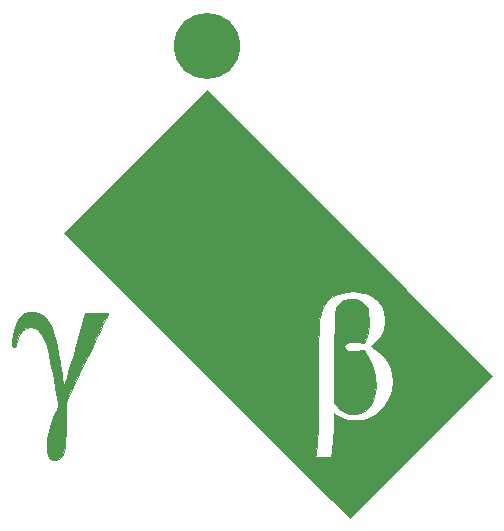
<source format=gtl>
G04 #@! TF.GenerationSoftware,KiCad,Pcbnew,(5.1.9)-1*
G04 #@! TF.CreationDate,2021-03-26T23:35:01-07:00*
G04 #@! TF.ProjectId,mole-diamond-keychain-alt,6d6f6c65-2d64-4696-916d-6f6e642d6b65,A*
G04 #@! TF.SameCoordinates,Original*
G04 #@! TF.FileFunction,Copper,L1,Top*
G04 #@! TF.FilePolarity,Positive*
%FSLAX46Y46*%
G04 Gerber Fmt 4.6, Leading zero omitted, Abs format (unit mm)*
G04 Created by KiCad (PCBNEW (5.1.9)-1) date 2021-03-26 23:35:01*
%MOMM*%
%LPD*%
G01*
G04 APERTURE LIST*
G04 #@! TA.AperFunction,EtchedComponent*
%ADD10C,0.010000*%
G04 #@! TD*
G04 #@! TA.AperFunction,ComponentPad*
%ADD11C,5.600000*%
G04 #@! TD*
G04 APERTURE END LIST*
D10*
G36*
X24172233Y25399880D02*
G01*
X18139511Y19367601D01*
X12106790Y13335322D01*
X6846678Y18595531D01*
X9212858Y18595531D01*
X9247957Y18538901D01*
X9363743Y18510647D01*
X9592593Y18500927D01*
X9852795Y18499879D01*
X10522695Y18499879D01*
X10620576Y19029045D01*
X10658637Y19304179D01*
X10697098Y19702855D01*
X10732309Y20179333D01*
X10760620Y20687869D01*
X10769332Y20893600D01*
X10820208Y22228988D01*
X10997998Y22097297D01*
X11456503Y21823825D01*
X11951282Y21671222D01*
X12535059Y21623597D01*
X12569507Y21623699D01*
X13225762Y21673990D01*
X13776771Y21826328D01*
X14263342Y22097078D01*
X14703660Y22479474D01*
X15099228Y22927180D01*
X15379980Y23369578D01*
X15584070Y23873984D01*
X15675319Y24193835D01*
X15780109Y24914111D01*
X15728779Y25612822D01*
X15529491Y26268328D01*
X15190411Y26858992D01*
X14719703Y27363176D01*
X14386571Y27609389D01*
X13950787Y27888156D01*
X14391564Y28343233D01*
X14761802Y28801955D01*
X14991661Y29286555D01*
X15098840Y29842103D01*
X15111961Y30177795D01*
X15036073Y30801291D01*
X14816735Y31343510D01*
X14463484Y31795755D01*
X13985856Y32149333D01*
X13393390Y32395548D01*
X12695622Y32525707D01*
X12522719Y32538236D01*
X11770639Y32510977D01*
X11116704Y32347513D01*
X10565805Y32051827D01*
X10122832Y31627902D01*
X9792676Y31079720D01*
X9580225Y30411264D01*
X9527709Y30098981D01*
X9512167Y29895019D01*
X9497465Y29539695D01*
X9483889Y29050981D01*
X9471725Y28446848D01*
X9461260Y27745268D01*
X9452780Y26964210D01*
X9446572Y26121647D01*
X9442920Y25235550D01*
X9442096Y24722879D01*
X9440304Y23614867D01*
X9436214Y22661500D01*
X9429298Y21848101D01*
X9419032Y21159992D01*
X9404889Y20582493D01*
X9386345Y20100927D01*
X9362873Y19700616D01*
X9333947Y19366881D01*
X9299043Y19085044D01*
X9257634Y18840426D01*
X9226065Y18690379D01*
X9212858Y18595531D01*
X6846678Y18595531D01*
X-12065324Y37507878D01*
X-6032602Y43540157D01*
X119Y49572436D01*
X24172233Y25399880D01*
G37*
X24172233Y25399880D02*
X18139511Y19367601D01*
X12106790Y13335322D01*
X6846678Y18595531D01*
X9212858Y18595531D01*
X9247957Y18538901D01*
X9363743Y18510647D01*
X9592593Y18500927D01*
X9852795Y18499879D01*
X10522695Y18499879D01*
X10620576Y19029045D01*
X10658637Y19304179D01*
X10697098Y19702855D01*
X10732309Y20179333D01*
X10760620Y20687869D01*
X10769332Y20893600D01*
X10820208Y22228988D01*
X10997998Y22097297D01*
X11456503Y21823825D01*
X11951282Y21671222D01*
X12535059Y21623597D01*
X12569507Y21623699D01*
X13225762Y21673990D01*
X13776771Y21826328D01*
X14263342Y22097078D01*
X14703660Y22479474D01*
X15099228Y22927180D01*
X15379980Y23369578D01*
X15584070Y23873984D01*
X15675319Y24193835D01*
X15780109Y24914111D01*
X15728779Y25612822D01*
X15529491Y26268328D01*
X15190411Y26858992D01*
X14719703Y27363176D01*
X14386571Y27609389D01*
X13950787Y27888156D01*
X14391564Y28343233D01*
X14761802Y28801955D01*
X14991661Y29286555D01*
X15098840Y29842103D01*
X15111961Y30177795D01*
X15036073Y30801291D01*
X14816735Y31343510D01*
X14463484Y31795755D01*
X13985856Y32149333D01*
X13393390Y32395548D01*
X12695622Y32525707D01*
X12522719Y32538236D01*
X11770639Y32510977D01*
X11116704Y32347513D01*
X10565805Y32051827D01*
X10122832Y31627902D01*
X9792676Y31079720D01*
X9580225Y30411264D01*
X9527709Y30098981D01*
X9512167Y29895019D01*
X9497465Y29539695D01*
X9483889Y29050981D01*
X9471725Y28446848D01*
X9461260Y27745268D01*
X9452780Y26964210D01*
X9446572Y26121647D01*
X9442920Y25235550D01*
X9442096Y24722879D01*
X9440304Y23614867D01*
X9436214Y22661500D01*
X9429298Y21848101D01*
X9419032Y21159992D01*
X9404889Y20582493D01*
X9386345Y20100927D01*
X9362873Y19700616D01*
X9333947Y19366881D01*
X9299043Y19085044D01*
X9257634Y18840426D01*
X9226065Y18690379D01*
X9212858Y18595531D01*
X6846678Y18595531D01*
X-12065324Y37507878D01*
X-6032602Y43540157D01*
X119Y49572436D01*
X24172233Y25399880D01*
G36*
X-14172783Y30718128D02*
G01*
X-13756225Y30461515D01*
X-13399171Y30065320D01*
X-13116671Y29539258D01*
X-13084507Y29457338D01*
X-12966320Y29088702D01*
X-12835103Y28585232D01*
X-12697797Y27980248D01*
X-12561344Y27307066D01*
X-12432683Y26599006D01*
X-12318756Y25889386D01*
X-12269752Y25546349D01*
X-12210129Y25145173D01*
X-12152713Y24823311D01*
X-12103083Y24607708D01*
X-12066814Y24525313D01*
X-12059503Y24530349D01*
X-12023761Y24633834D01*
X-11946915Y24881370D01*
X-11834525Y25254230D01*
X-11692150Y25733687D01*
X-11525347Y26301016D01*
X-11339678Y26937490D01*
X-11140699Y27624382D01*
X-11128962Y27665045D01*
X-10255467Y30691879D01*
X-8337606Y30691879D01*
X-8457227Y30416712D01*
X-8518123Y30284847D01*
X-8644661Y30017279D01*
X-8828814Y29630773D01*
X-9062554Y29142093D01*
X-9337854Y28568005D01*
X-9646686Y27925274D01*
X-9981023Y27230663D01*
X-10251175Y26670212D01*
X-11925502Y23198879D01*
X-11933425Y21251545D01*
X-11938643Y20557243D01*
X-11950526Y20009113D01*
X-11972874Y19584015D01*
X-12009488Y19258813D01*
X-12064168Y19010369D01*
X-12140715Y18815545D01*
X-12242931Y18651202D01*
X-12374615Y18494204D01*
X-12388906Y18478712D01*
X-12658965Y18288997D01*
X-12951680Y18257125D01*
X-13235575Y18386209D01*
X-13245416Y18394045D01*
X-13423232Y18641616D01*
X-13520737Y19016136D01*
X-13540262Y19496756D01*
X-13484140Y20062630D01*
X-13354704Y20692909D01*
X-13154286Y21366747D01*
X-12885218Y22063295D01*
X-12817837Y22215756D01*
X-12692934Y22524483D01*
X-12604777Y22804558D01*
X-12573212Y22987372D01*
X-12590194Y23188111D01*
X-12637394Y23524132D01*
X-12709192Y23965218D01*
X-12799970Y24481155D01*
X-12904109Y25041726D01*
X-13015990Y25616715D01*
X-13129993Y26175905D01*
X-13240501Y26689083D01*
X-13341893Y27126030D01*
X-13345826Y27142090D01*
X-13551972Y27893551D01*
X-13765795Y28486923D01*
X-13994774Y28933453D01*
X-14246385Y29244384D01*
X-14528108Y29430963D01*
X-14847422Y29504433D01*
X-14918271Y29506545D01*
X-15326060Y29431618D01*
X-15654468Y29208321D01*
X-15901536Y28838882D01*
X-16065306Y28325529D01*
X-16093890Y28169449D01*
X-16149028Y27935576D01*
X-16231762Y27830972D01*
X-16321465Y27813212D01*
X-16406354Y27824683D01*
X-16453060Y27882213D01*
X-16468077Y28020478D01*
X-16457899Y28274155D01*
X-16444356Y28469379D01*
X-16340838Y29201565D01*
X-16148081Y29805376D01*
X-15869460Y30274919D01*
X-15508352Y30604299D01*
X-15124203Y30773752D01*
X-14633793Y30825445D01*
X-14172783Y30718128D01*
G37*
X-14172783Y30718128D02*
X-13756225Y30461515D01*
X-13399171Y30065320D01*
X-13116671Y29539258D01*
X-13084507Y29457338D01*
X-12966320Y29088702D01*
X-12835103Y28585232D01*
X-12697797Y27980248D01*
X-12561344Y27307066D01*
X-12432683Y26599006D01*
X-12318756Y25889386D01*
X-12269752Y25546349D01*
X-12210129Y25145173D01*
X-12152713Y24823311D01*
X-12103083Y24607708D01*
X-12066814Y24525313D01*
X-12059503Y24530349D01*
X-12023761Y24633834D01*
X-11946915Y24881370D01*
X-11834525Y25254230D01*
X-11692150Y25733687D01*
X-11525347Y26301016D01*
X-11339678Y26937490D01*
X-11140699Y27624382D01*
X-11128962Y27665045D01*
X-10255467Y30691879D01*
X-8337606Y30691879D01*
X-8457227Y30416712D01*
X-8518123Y30284847D01*
X-8644661Y30017279D01*
X-8828814Y29630773D01*
X-9062554Y29142093D01*
X-9337854Y28568005D01*
X-9646686Y27925274D01*
X-9981023Y27230663D01*
X-10251175Y26670212D01*
X-11925502Y23198879D01*
X-11933425Y21251545D01*
X-11938643Y20557243D01*
X-11950526Y20009113D01*
X-11972874Y19584015D01*
X-12009488Y19258813D01*
X-12064168Y19010369D01*
X-12140715Y18815545D01*
X-12242931Y18651202D01*
X-12374615Y18494204D01*
X-12388906Y18478712D01*
X-12658965Y18288997D01*
X-12951680Y18257125D01*
X-13235575Y18386209D01*
X-13245416Y18394045D01*
X-13423232Y18641616D01*
X-13520737Y19016136D01*
X-13540262Y19496756D01*
X-13484140Y20062630D01*
X-13354704Y20692909D01*
X-13154286Y21366747D01*
X-12885218Y22063295D01*
X-12817837Y22215756D01*
X-12692934Y22524483D01*
X-12604777Y22804558D01*
X-12573212Y22987372D01*
X-12590194Y23188111D01*
X-12637394Y23524132D01*
X-12709192Y23965218D01*
X-12799970Y24481155D01*
X-12904109Y25041726D01*
X-13015990Y25616715D01*
X-13129993Y26175905D01*
X-13240501Y26689083D01*
X-13341893Y27126030D01*
X-13345826Y27142090D01*
X-13551972Y27893551D01*
X-13765795Y28486923D01*
X-13994774Y28933453D01*
X-14246385Y29244384D01*
X-14528108Y29430963D01*
X-14847422Y29504433D01*
X-14918271Y29506545D01*
X-15326060Y29431618D01*
X-15654468Y29208321D01*
X-15901536Y28838882D01*
X-16065306Y28325529D01*
X-16093890Y28169449D01*
X-16149028Y27935576D01*
X-16231762Y27830972D01*
X-16321465Y27813212D01*
X-16406354Y27824683D01*
X-16453060Y27882213D01*
X-16468077Y28020478D01*
X-16457899Y28274155D01*
X-16444356Y28469379D01*
X-16340838Y29201565D01*
X-16148081Y29805376D01*
X-15869460Y30274919D01*
X-15508352Y30604299D01*
X-15124203Y30773752D01*
X-14633793Y30825445D01*
X-14172783Y30718128D01*
G36*
X12684940Y31916550D02*
G01*
X13099088Y31743329D01*
X13433704Y31421773D01*
X13490510Y31340996D01*
X13588069Y31182512D01*
X13652530Y31032177D01*
X13690701Y30850093D01*
X13709389Y30596365D01*
X13715403Y30231096D01*
X13715788Y30020729D01*
X13711387Y29572051D01*
X13693861Y29247023D01*
X13656725Y29000090D01*
X13593493Y28785698D01*
X13512097Y28589953D01*
X13385912Y28334026D01*
X13286498Y28206857D01*
X13184503Y28177442D01*
X13131097Y28187519D01*
X12944989Y28225853D01*
X12669789Y28269132D01*
X12511772Y28289977D01*
X12160584Y28291159D01*
X11884410Y28215190D01*
X11702679Y28082789D01*
X11634816Y27914675D01*
X11700250Y27731567D01*
X11856752Y27591381D01*
X12013647Y27515887D01*
X12215705Y27483627D01*
X12512847Y27489207D01*
X12683665Y27502013D01*
X13295281Y27553713D01*
X13564534Y27154296D01*
X13911271Y26527732D01*
X14150017Y25824262D01*
X14261359Y25262292D01*
X14310878Y24558442D01*
X14245290Y23918541D01*
X14075930Y23356204D01*
X13814131Y22885045D01*
X13471228Y22518680D01*
X13058556Y22270724D01*
X12587448Y22154791D01*
X12069241Y22184498D01*
X11768455Y22267778D01*
X11509768Y22402758D01*
X11232856Y22611263D01*
X11108316Y22730709D01*
X10786844Y23073838D01*
X10811982Y26946359D01*
X10818314Y27862394D01*
X10824811Y28624765D01*
X10832166Y29249139D01*
X10841071Y29751185D01*
X10852217Y30146572D01*
X10866296Y30450966D01*
X10884000Y30680036D01*
X10906021Y30849451D01*
X10933051Y30974878D01*
X10965781Y31071985D01*
X10997203Y31141158D01*
X11283944Y31543871D01*
X11672376Y31813026D01*
X12150354Y31940424D01*
X12186214Y31943768D01*
X12684940Y31916550D01*
G37*
X12684940Y31916550D02*
X13099088Y31743329D01*
X13433704Y31421773D01*
X13490510Y31340996D01*
X13588069Y31182512D01*
X13652530Y31032177D01*
X13690701Y30850093D01*
X13709389Y30596365D01*
X13715403Y30231096D01*
X13715788Y30020729D01*
X13711387Y29572051D01*
X13693861Y29247023D01*
X13656725Y29000090D01*
X13593493Y28785698D01*
X13512097Y28589953D01*
X13385912Y28334026D01*
X13286498Y28206857D01*
X13184503Y28177442D01*
X13131097Y28187519D01*
X12944989Y28225853D01*
X12669789Y28269132D01*
X12511772Y28289977D01*
X12160584Y28291159D01*
X11884410Y28215190D01*
X11702679Y28082789D01*
X11634816Y27914675D01*
X11700250Y27731567D01*
X11856752Y27591381D01*
X12013647Y27515887D01*
X12215705Y27483627D01*
X12512847Y27489207D01*
X12683665Y27502013D01*
X13295281Y27553713D01*
X13564534Y27154296D01*
X13911271Y26527732D01*
X14150017Y25824262D01*
X14261359Y25262292D01*
X14310878Y24558442D01*
X14245290Y23918541D01*
X14075930Y23356204D01*
X13814131Y22885045D01*
X13471228Y22518680D01*
X13058556Y22270724D01*
X12587448Y22154791D01*
X12069241Y22184498D01*
X11768455Y22267778D01*
X11509768Y22402758D01*
X11232856Y22611263D01*
X11108316Y22730709D01*
X10786844Y23073838D01*
X10811982Y26946359D01*
X10818314Y27862394D01*
X10824811Y28624765D01*
X10832166Y29249139D01*
X10841071Y29751185D01*
X10852217Y30146572D01*
X10866296Y30450966D01*
X10884000Y30680036D01*
X10906021Y30849451D01*
X10933051Y30974878D01*
X10965781Y31071985D01*
X10997203Y31141158D01*
X11283944Y31543871D01*
X11672376Y31813026D01*
X12150354Y31940424D01*
X12186214Y31943768D01*
X12684940Y31916550D01*
D11*
X-5Y53340005D03*
M02*

</source>
